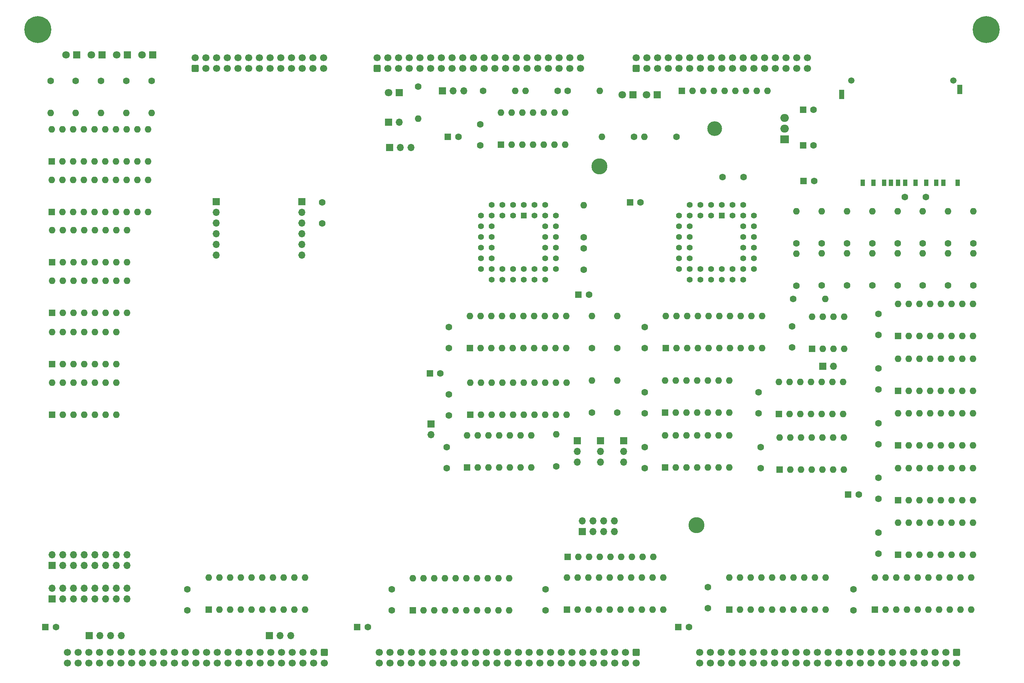
<source format=gbr>
%TF.GenerationSoftware,KiCad,Pcbnew,(6.0.11)*%
%TF.CreationDate,2023-11-10T06:37:52-05:00*%
%TF.ProjectId,input-output.Disk,696e7075-742d-46f7-9574-7075742e4469,rev?*%
%TF.SameCoordinates,Original*%
%TF.FileFunction,Soldermask,Top*%
%TF.FilePolarity,Negative*%
%FSLAX46Y46*%
G04 Gerber Fmt 4.6, Leading zero omitted, Abs format (unit mm)*
G04 Created by KiCad (PCBNEW (6.0.11)) date 2023-11-10 06:37:52*
%MOMM*%
%LPD*%
G01*
G04 APERTURE LIST*
G04 Aperture macros list*
%AMRoundRect*
0 Rectangle with rounded corners*
0 $1 Rounding radius*
0 $2 $3 $4 $5 $6 $7 $8 $9 X,Y pos of 4 corners*
0 Add a 4 corners polygon primitive as box body*
4,1,4,$2,$3,$4,$5,$6,$7,$8,$9,$2,$3,0*
0 Add four circle primitives for the rounded corners*
1,1,$1+$1,$2,$3*
1,1,$1+$1,$4,$5*
1,1,$1+$1,$6,$7*
1,1,$1+$1,$8,$9*
0 Add four rect primitives between the rounded corners*
20,1,$1+$1,$2,$3,$4,$5,0*
20,1,$1+$1,$4,$5,$6,$7,0*
20,1,$1+$1,$6,$7,$8,$9,0*
20,1,$1+$1,$8,$9,$2,$3,0*%
G04 Aperture macros list end*
%ADD10C,6.400000*%
%ADD11RoundRect,0.250000X-0.600000X0.600000X-0.600000X-0.600000X0.600000X-0.600000X0.600000X0.600000X0*%
%ADD12C,1.700000*%
%ADD13C,1.600000*%
%ADD14R,1.600000X1.600000*%
%ADD15O,1.600000X1.600000*%
%ADD16R,1.422400X1.422400*%
%ADD17C,1.422400*%
%ADD18O,3.500000X3.500000*%
%ADD19R,2.000000X1.905000*%
%ADD20O,2.000000X1.905000*%
%ADD21R,1.800000X1.800000*%
%ADD22C,1.800000*%
%ADD23C,1.500000*%
%ADD24R,1.000000X1.500000*%
%ADD25R,1.200000X2.200000*%
%ADD26R,1.700000X1.700000*%
%ADD27O,1.700000X1.700000*%
%ADD28RoundRect,0.250000X0.600000X-0.600000X0.600000X0.600000X-0.600000X0.600000X-0.600000X-0.600000X0*%
%ADD29C,3.800000*%
G04 APERTURE END LIST*
D10*
%TO.C,H2*%
X265000000Y-75000000D03*
%TD*%
%TO.C,H1*%
X40000000Y-75000000D03*
%TD*%
D11*
%TO.C,P2*%
X182000000Y-223000000D03*
D12*
X182000000Y-225540000D03*
X179460000Y-223000000D03*
X179460000Y-225540000D03*
X176920000Y-223000000D03*
X176920000Y-225540000D03*
X174380000Y-223000000D03*
X174380000Y-225540000D03*
X171840000Y-223000000D03*
X171840000Y-225540000D03*
X169300000Y-223000000D03*
X169300000Y-225540000D03*
X166760000Y-223000000D03*
X166760000Y-225540000D03*
X164220000Y-223000000D03*
X164220000Y-225540000D03*
X161680000Y-223000000D03*
X161680000Y-225540000D03*
X159140000Y-223000000D03*
X159140000Y-225540000D03*
X156600000Y-223000000D03*
X156600000Y-225540000D03*
X154060000Y-223000000D03*
X154060000Y-225540000D03*
X151520000Y-223000000D03*
X151520000Y-225540000D03*
X148980000Y-223000000D03*
X148980000Y-225540000D03*
X146440000Y-223000000D03*
X146440000Y-225540000D03*
X143900000Y-223000000D03*
X143900000Y-225540000D03*
X141360000Y-223000000D03*
X141360000Y-225540000D03*
X138820000Y-223000000D03*
X138820000Y-225540000D03*
X136280000Y-223000000D03*
X136280000Y-225540000D03*
X133740000Y-223000000D03*
X133740000Y-225540000D03*
X131200000Y-223000000D03*
X131200000Y-225540000D03*
X128660000Y-223000000D03*
X128660000Y-225540000D03*
X126120000Y-223000000D03*
X126120000Y-225540000D03*
X123580000Y-223000000D03*
X123580000Y-225540000D03*
X121040000Y-223000000D03*
X121040000Y-225540000D03*
%TD*%
D11*
%TO.C,P3*%
X258000000Y-223000000D03*
D12*
X258000000Y-225540000D03*
X255460000Y-223000000D03*
X255460000Y-225540000D03*
X252920000Y-223000000D03*
X252920000Y-225540000D03*
X250380000Y-223000000D03*
X250380000Y-225540000D03*
X247840000Y-223000000D03*
X247840000Y-225540000D03*
X245300000Y-223000000D03*
X245300000Y-225540000D03*
X242760000Y-223000000D03*
X242760000Y-225540000D03*
X240220000Y-223000000D03*
X240220000Y-225540000D03*
X237680000Y-223000000D03*
X237680000Y-225540000D03*
X235140000Y-223000000D03*
X235140000Y-225540000D03*
X232600000Y-223000000D03*
X232600000Y-225540000D03*
X230060000Y-223000000D03*
X230060000Y-225540000D03*
X227520000Y-223000000D03*
X227520000Y-225540000D03*
X224980000Y-223000000D03*
X224980000Y-225540000D03*
X222440000Y-223000000D03*
X222440000Y-225540000D03*
X219900000Y-223000000D03*
X219900000Y-225540000D03*
X217360000Y-223000000D03*
X217360000Y-225540000D03*
X214820000Y-223000000D03*
X214820000Y-225540000D03*
X212280000Y-223000000D03*
X212280000Y-225540000D03*
X209740000Y-223000000D03*
X209740000Y-225540000D03*
X207200000Y-223000000D03*
X207200000Y-225540000D03*
X204660000Y-223000000D03*
X204660000Y-225540000D03*
X202120000Y-223000000D03*
X202120000Y-225540000D03*
X199580000Y-223000000D03*
X199580000Y-225540000D03*
X197040000Y-223000000D03*
X197040000Y-225540000D03*
%TD*%
D11*
%TO.C,P1*%
X108000000Y-223000000D03*
D12*
X108000000Y-225540000D03*
X105460000Y-223000000D03*
X105460000Y-225540000D03*
X102920000Y-223000000D03*
X102920000Y-225540000D03*
X100380000Y-223000000D03*
X100380000Y-225540000D03*
X97840000Y-223000000D03*
X97840000Y-225540000D03*
X95300000Y-223000000D03*
X95300000Y-225540000D03*
X92760000Y-223000000D03*
X92760000Y-225540000D03*
X90220000Y-223000000D03*
X90220000Y-225540000D03*
X87680000Y-223000000D03*
X87680000Y-225540000D03*
X85140000Y-223000000D03*
X85140000Y-225540000D03*
X82600000Y-223000000D03*
X82600000Y-225540000D03*
X80060000Y-223000000D03*
X80060000Y-225540000D03*
X77520000Y-223000000D03*
X77520000Y-225540000D03*
X74980000Y-223000000D03*
X74980000Y-225540000D03*
X72440000Y-223000000D03*
X72440000Y-225540000D03*
X69900000Y-223000000D03*
X69900000Y-225540000D03*
X67360000Y-223000000D03*
X67360000Y-225540000D03*
X64820000Y-223000000D03*
X64820000Y-225540000D03*
X62280000Y-223000000D03*
X62280000Y-225540000D03*
X59740000Y-223000000D03*
X59740000Y-225540000D03*
X57200000Y-223000000D03*
X57200000Y-225540000D03*
X54660000Y-223000000D03*
X54660000Y-225540000D03*
X52120000Y-223000000D03*
X52120000Y-225540000D03*
X49580000Y-223000000D03*
X49580000Y-225540000D03*
X47040000Y-223000000D03*
X47040000Y-225540000D03*
%TD*%
D13*
%TO.C,C16*%
X137500000Y-161690000D03*
X137500000Y-166690000D03*
%TD*%
D14*
%TO.C,RP1*%
X192825000Y-89500000D03*
D15*
X195365000Y-89500000D03*
X197905000Y-89500000D03*
X200445000Y-89500000D03*
X202985000Y-89500000D03*
X205525000Y-89500000D03*
X208065000Y-89500000D03*
X210605000Y-89500000D03*
X213145000Y-89500000D03*
%TD*%
D16*
%TO.C,U8*%
X202270000Y-119150000D03*
D17*
X199730000Y-116610000D03*
X199730000Y-119150000D03*
X197190000Y-116610000D03*
X197190000Y-119150000D03*
X194650000Y-116610000D03*
X192110000Y-119150000D03*
X194650000Y-119150000D03*
X192110000Y-121690000D03*
X194650000Y-121690000D03*
X192110000Y-124230000D03*
X194650000Y-124230000D03*
X192110000Y-126770000D03*
X194650000Y-126770000D03*
X192110000Y-129310000D03*
X194650000Y-129310000D03*
X192110000Y-131850000D03*
X194650000Y-134390000D03*
X194650000Y-131850000D03*
X197190000Y-134390000D03*
X197190000Y-131850000D03*
X199730000Y-134390000D03*
X199730000Y-131850000D03*
X202270000Y-134390000D03*
X202270000Y-131850000D03*
X204810000Y-134390000D03*
X204810000Y-131850000D03*
X207350000Y-134390000D03*
X209890000Y-131850000D03*
X207350000Y-131850000D03*
X209890000Y-129310000D03*
X207350000Y-129310000D03*
X209890000Y-126770000D03*
X207350000Y-126770000D03*
X209890000Y-124230000D03*
X207350000Y-124230000D03*
X209890000Y-121690000D03*
X207350000Y-121690000D03*
X209890000Y-119150000D03*
X207350000Y-116610000D03*
X207350000Y-119150000D03*
X204810000Y-116610000D03*
X204810000Y-119150000D03*
X202270000Y-116610000D03*
%TD*%
D14*
%TO.C,U25*%
X244125000Y-173800000D03*
D15*
X246665000Y-173800000D03*
X249205000Y-173800000D03*
X251745000Y-173800000D03*
X254285000Y-173800000D03*
X256825000Y-173800000D03*
X259365000Y-173800000D03*
X261905000Y-173800000D03*
X261905000Y-166180000D03*
X259365000Y-166180000D03*
X256825000Y-166180000D03*
X254285000Y-166180000D03*
X251745000Y-166180000D03*
X249205000Y-166180000D03*
X246665000Y-166180000D03*
X244125000Y-166180000D03*
%TD*%
D13*
%TO.C,R40*%
X226000000Y-135750000D03*
D15*
X226000000Y-128130000D03*
%TD*%
D18*
%TO.C,U20*%
X200570000Y-98500000D03*
D19*
X217230000Y-101040000D03*
D20*
X217230000Y-98500000D03*
X217230000Y-95960000D03*
%TD*%
D14*
%TO.C,J2*%
X43375000Y-130300000D03*
D15*
X45915000Y-130300000D03*
X48455000Y-130300000D03*
X50995000Y-130300000D03*
X53535000Y-130300000D03*
X56075000Y-130300000D03*
X58615000Y-130300000D03*
X61155000Y-130300000D03*
X61155000Y-122680000D03*
X58615000Y-122680000D03*
X56075000Y-122680000D03*
X53535000Y-122680000D03*
X50995000Y-122680000D03*
X48455000Y-122680000D03*
X45915000Y-122680000D03*
X43375000Y-122680000D03*
%TD*%
D13*
%TO.C,R6*%
X145690000Y-89500000D03*
D15*
X153310000Y-89500000D03*
%TD*%
D14*
%TO.C,C22*%
X115794900Y-217000000D03*
D13*
X118294900Y-217000000D03*
%TD*%
%TO.C,C10*%
X137500000Y-145690000D03*
X137500000Y-150690000D03*
%TD*%
D21*
%TO.C,D1*%
X49250000Y-80950000D03*
D22*
X46710000Y-80950000D03*
%TD*%
D23*
%TO.C,J12*%
X233050000Y-87100000D03*
X257250000Y-87100000D03*
D24*
X238280000Y-111400000D03*
X240780000Y-111400000D03*
X244080000Y-111400000D03*
X245780000Y-111400000D03*
X248280000Y-111400000D03*
X250780000Y-111400000D03*
X253200000Y-111400000D03*
X254900000Y-111400000D03*
X235780000Y-111400000D03*
X242430000Y-111400000D03*
X258250000Y-111400000D03*
D25*
X230750000Y-90400000D03*
X258750000Y-89200000D03*
%TD*%
D13*
%TO.C,C14*%
X160500000Y-208000000D03*
X160500000Y-213000000D03*
%TD*%
%TO.C,R44*%
X244000000Y-135750000D03*
D15*
X244000000Y-128130000D03*
%TD*%
D13*
%TO.C,R29*%
X220000000Y-135810000D03*
D15*
X220000000Y-128190000D03*
%TD*%
D21*
%TO.C,D4*%
X55250000Y-80950000D03*
D22*
X52710000Y-80950000D03*
%TD*%
D14*
%TO.C,C20*%
X192000000Y-217000000D03*
D13*
X194500000Y-217000000D03*
%TD*%
D26*
%TO.C,U31*%
X82340000Y-115900000D03*
D27*
X82340000Y-118440000D03*
X82340000Y-120980000D03*
X82340000Y-123520000D03*
X82340000Y-126060000D03*
X82340000Y-128600000D03*
D26*
X102660000Y-115880000D03*
D27*
X102660000Y-118420000D03*
X102660000Y-120960000D03*
X102660000Y-123500000D03*
X102660000Y-126040000D03*
X102660000Y-128580000D03*
%TD*%
D13*
%TO.C,C7*%
X239500000Y-168500000D03*
X239500000Y-173500000D03*
%TD*%
D14*
%TO.C,C27*%
X137294900Y-100500000D03*
D13*
X139794900Y-100500000D03*
%TD*%
D26*
%TO.C,P7*%
X179000000Y-172665000D03*
D27*
X179000000Y-175205000D03*
X179000000Y-177745000D03*
%TD*%
D14*
%TO.C,J5*%
X43375000Y-142300000D03*
D15*
X45915000Y-142300000D03*
X48455000Y-142300000D03*
X50995000Y-142300000D03*
X53535000Y-142300000D03*
X56075000Y-142300000D03*
X58615000Y-142300000D03*
X61155000Y-142300000D03*
X61155000Y-134680000D03*
X58615000Y-134680000D03*
X56075000Y-134680000D03*
X53535000Y-134680000D03*
X50995000Y-134680000D03*
X48455000Y-134680000D03*
X45915000Y-134680000D03*
X43375000Y-134680000D03*
%TD*%
D21*
%TO.C,D2*%
X125750000Y-90000000D03*
D22*
X123210000Y-90000000D03*
%TD*%
D14*
%TO.C,U16*%
X204075000Y-212800000D03*
D15*
X206615000Y-212800000D03*
X209155000Y-212800000D03*
X211695000Y-212800000D03*
X214235000Y-212800000D03*
X216775000Y-212800000D03*
X219315000Y-212800000D03*
X221855000Y-212800000D03*
X224395000Y-212800000D03*
X226935000Y-212800000D03*
X226935000Y-205180000D03*
X224395000Y-205180000D03*
X221855000Y-205180000D03*
X219315000Y-205180000D03*
X216775000Y-205180000D03*
X214235000Y-205180000D03*
X211695000Y-205180000D03*
X209155000Y-205180000D03*
X206615000Y-205180000D03*
X204075000Y-205180000D03*
%TD*%
D14*
%TO.C,U21*%
X165575000Y-212800000D03*
D15*
X168115000Y-212800000D03*
X170655000Y-212800000D03*
X173195000Y-212800000D03*
X175735000Y-212800000D03*
X178275000Y-212800000D03*
X180815000Y-212800000D03*
X183355000Y-212800000D03*
X185895000Y-212800000D03*
X188435000Y-212800000D03*
X188435000Y-205180000D03*
X185895000Y-205180000D03*
X183355000Y-205180000D03*
X180815000Y-205180000D03*
X178275000Y-205180000D03*
X175735000Y-205180000D03*
X173195000Y-205180000D03*
X170655000Y-205180000D03*
X168115000Y-205180000D03*
X165575000Y-205180000D03*
%TD*%
D13*
%TO.C,R47*%
X163000000Y-178810000D03*
D15*
X163000000Y-171190000D03*
%TD*%
D13*
%TO.C,C18*%
X239500000Y-194500000D03*
X239500000Y-199500000D03*
%TD*%
%TO.C,R45*%
X232000000Y-135750000D03*
D15*
X232000000Y-128130000D03*
%TD*%
D13*
%TO.C,C9*%
X211500000Y-174190000D03*
X211500000Y-179190000D03*
%TD*%
%TO.C,C15*%
X145000000Y-97500000D03*
X145000000Y-102500000D03*
%TD*%
D21*
%TO.C,D5*%
X61250000Y-80950000D03*
D22*
X58710000Y-80950000D03*
%TD*%
D13*
%TO.C,R9*%
X130250000Y-88500000D03*
D15*
X130250000Y-96120000D03*
%TD*%
D26*
%TO.C,J9*%
X94975000Y-219000000D03*
D27*
X97515000Y-219000000D03*
X100055000Y-219000000D03*
%TD*%
D28*
%TO.C,P6*%
X120500000Y-84197500D03*
D12*
X120500000Y-81657500D03*
X123040000Y-84197500D03*
X123040000Y-81657500D03*
X125580000Y-84197500D03*
X125580000Y-81657500D03*
X128120000Y-84197500D03*
X128120000Y-81657500D03*
X130660000Y-84197500D03*
X130660000Y-81657500D03*
X133200000Y-84197500D03*
X133200000Y-81657500D03*
X135740000Y-84197500D03*
X135740000Y-81657500D03*
X138280000Y-84197500D03*
X138280000Y-81657500D03*
X140820000Y-84197500D03*
X140820000Y-81657500D03*
X143360000Y-84197500D03*
X143360000Y-81657500D03*
X145900000Y-84197500D03*
X145900000Y-81657500D03*
X148440000Y-84197500D03*
X148440000Y-81657500D03*
X150980000Y-84197500D03*
X150980000Y-81657500D03*
X153520000Y-84197500D03*
X153520000Y-81657500D03*
X156060000Y-84197500D03*
X156060000Y-81657500D03*
X158600000Y-84197500D03*
X158600000Y-81657500D03*
X161140000Y-84197500D03*
X161140000Y-81657500D03*
X163680000Y-84197500D03*
X163680000Y-81657500D03*
X166220000Y-84197500D03*
X166220000Y-81657500D03*
X168760000Y-84197500D03*
X168760000Y-81657500D03*
%TD*%
D13*
%TO.C,R1*%
X43000000Y-87190000D03*
D15*
X43000000Y-94810000D03*
%TD*%
D26*
%TO.C,K2*%
X135975000Y-89500000D03*
D27*
X138515000Y-89500000D03*
X141055000Y-89500000D03*
%TD*%
D13*
%TO.C,R11*%
X177500000Y-165990000D03*
D15*
X177500000Y-158370000D03*
%TD*%
D13*
%TO.C,R10*%
X171500000Y-150690000D03*
D15*
X171500000Y-143070000D03*
%TD*%
D13*
%TO.C,R38*%
X226000000Y-125750000D03*
D15*
X226000000Y-118130000D03*
%TD*%
D14*
%TO.C,U14*%
X238575000Y-212800000D03*
D15*
X241115000Y-212800000D03*
X243655000Y-212800000D03*
X246195000Y-212800000D03*
X248735000Y-212800000D03*
X251275000Y-212800000D03*
X253815000Y-212800000D03*
X256355000Y-212800000D03*
X258895000Y-212800000D03*
X261435000Y-212800000D03*
X261435000Y-205180000D03*
X258895000Y-205180000D03*
X256355000Y-205180000D03*
X253815000Y-205180000D03*
X251275000Y-205180000D03*
X248735000Y-205180000D03*
X246195000Y-205180000D03*
X243655000Y-205180000D03*
X241115000Y-205180000D03*
X238575000Y-205180000D03*
%TD*%
D13*
%TO.C,R15*%
X49000000Y-87190000D03*
D15*
X49000000Y-94810000D03*
%TD*%
D26*
%TO.C,J13*%
X43350000Y-202275000D03*
D27*
X43350000Y-199735000D03*
X45890000Y-202275000D03*
X45890000Y-199735000D03*
X48430000Y-202275000D03*
X48430000Y-199735000D03*
X50970000Y-202275000D03*
X50970000Y-199735000D03*
X53510000Y-202275000D03*
X53510000Y-199735000D03*
X56050000Y-202275000D03*
X56050000Y-199735000D03*
X58590000Y-202275000D03*
X58590000Y-199735000D03*
X61130000Y-202275000D03*
X61130000Y-199735000D03*
%TD*%
D14*
%TO.C,C23*%
X232294900Y-185500000D03*
D13*
X234794900Y-185500000D03*
%TD*%
%TO.C,R36*%
X250000000Y-135750000D03*
D15*
X250000000Y-128130000D03*
%TD*%
D29*
%TO.C,H4*%
X196250000Y-192750000D03*
%TD*%
D14*
%TO.C,U5*%
X149875000Y-102300000D03*
D15*
X152415000Y-102300000D03*
X154955000Y-102300000D03*
X157495000Y-102300000D03*
X160035000Y-102300000D03*
X162575000Y-102300000D03*
X165115000Y-102300000D03*
X165115000Y-94680000D03*
X162575000Y-94680000D03*
X160035000Y-94680000D03*
X157495000Y-94680000D03*
X154955000Y-94680000D03*
X152415000Y-94680000D03*
X149875000Y-94680000D03*
%TD*%
D14*
%TO.C,C21*%
X41794900Y-217000000D03*
D13*
X44294900Y-217000000D03*
%TD*%
%TO.C,C12*%
X124000000Y-208000000D03*
X124000000Y-213000000D03*
%TD*%
D14*
%TO.C,U10*%
X189000000Y-150690000D03*
D15*
X191540000Y-150690000D03*
X194080000Y-150690000D03*
X196620000Y-150690000D03*
X199160000Y-150690000D03*
X201700000Y-150690000D03*
X204240000Y-150690000D03*
X206780000Y-150690000D03*
X209320000Y-150690000D03*
X211860000Y-150690000D03*
X211860000Y-143070000D03*
X209320000Y-143070000D03*
X206780000Y-143070000D03*
X204240000Y-143070000D03*
X201700000Y-143070000D03*
X199160000Y-143070000D03*
X196620000Y-143070000D03*
X194080000Y-143070000D03*
X191540000Y-143070000D03*
X189000000Y-143070000D03*
%TD*%
D28*
%TO.C,P5*%
X77285000Y-84197500D03*
D12*
X77285000Y-81657500D03*
X79825000Y-84197500D03*
X79825000Y-81657500D03*
X82365000Y-84197500D03*
X82365000Y-81657500D03*
X84905000Y-84197500D03*
X84905000Y-81657500D03*
X87445000Y-84197500D03*
X87445000Y-81657500D03*
X89985000Y-84197500D03*
X89985000Y-81657500D03*
X92525000Y-84197500D03*
X92525000Y-81657500D03*
X95065000Y-84197500D03*
X95065000Y-81657500D03*
X97605000Y-84197500D03*
X97605000Y-81657500D03*
X100145000Y-84197500D03*
X100145000Y-81657500D03*
X102685000Y-84197500D03*
X102685000Y-81657500D03*
X105225000Y-84197500D03*
X105225000Y-81657500D03*
X107765000Y-84197500D03*
X107765000Y-81657500D03*
%TD*%
D13*
%TO.C,R32*%
X262000000Y-135750000D03*
D15*
X262000000Y-128130000D03*
%TD*%
D13*
%TO.C,R7*%
X163310000Y-89500000D03*
D15*
X155690000Y-89500000D03*
%TD*%
D13*
%TO.C,C19*%
X169500000Y-132000000D03*
X169500000Y-127000000D03*
%TD*%
D26*
%TO.C,P8*%
X168000000Y-172665000D03*
D27*
X168000000Y-175205000D03*
X168000000Y-177745000D03*
%TD*%
D13*
%TO.C,R16*%
X55000000Y-87190000D03*
D15*
X55000000Y-94810000D03*
%TD*%
D13*
%TO.C,R34*%
X256000000Y-135750000D03*
D15*
X256000000Y-128130000D03*
%TD*%
D14*
%TO.C,C24*%
X133000000Y-156690000D03*
D13*
X135500000Y-156690000D03*
%TD*%
D14*
%TO.C,J3*%
X43325000Y-118300000D03*
D15*
X45865000Y-118300000D03*
X48405000Y-118300000D03*
X50945000Y-118300000D03*
X53485000Y-118300000D03*
X56025000Y-118300000D03*
X58565000Y-118300000D03*
X61105000Y-118300000D03*
X63645000Y-118300000D03*
X66185000Y-118300000D03*
X66185000Y-110680000D03*
X63645000Y-110680000D03*
X61105000Y-110680000D03*
X58565000Y-110680000D03*
X56025000Y-110680000D03*
X53485000Y-110680000D03*
X50945000Y-110680000D03*
X48405000Y-110680000D03*
X45865000Y-110680000D03*
X43325000Y-110680000D03*
%TD*%
D26*
%TO.C,P4*%
X52200000Y-219000000D03*
D27*
X54740000Y-219000000D03*
X57280000Y-219000000D03*
X59820000Y-219000000D03*
%TD*%
D13*
%TO.C,C30*%
X239500000Y-142500000D03*
X239500000Y-147500000D03*
%TD*%
D26*
%TO.C,P9*%
X173500000Y-172665000D03*
D27*
X173500000Y-175205000D03*
X173500000Y-177745000D03*
%TD*%
D13*
%TO.C,R42*%
X262000000Y-125750000D03*
D15*
X262000000Y-118130000D03*
%TD*%
D28*
%TO.C,P10*%
X182000000Y-84197500D03*
D12*
X182000000Y-81657500D03*
X184540000Y-84197500D03*
X184540000Y-81657500D03*
X187080000Y-84197500D03*
X187080000Y-81657500D03*
X189620000Y-84197500D03*
X189620000Y-81657500D03*
X192160000Y-84197500D03*
X192160000Y-81657500D03*
X194700000Y-84197500D03*
X194700000Y-81657500D03*
X197240000Y-84197500D03*
X197240000Y-81657500D03*
X199780000Y-84197500D03*
X199780000Y-81657500D03*
X202320000Y-84197500D03*
X202320000Y-81657500D03*
X204860000Y-84197500D03*
X204860000Y-81657500D03*
X207400000Y-84197500D03*
X207400000Y-81657500D03*
X209940000Y-84197500D03*
X209940000Y-81657500D03*
X212480000Y-84197500D03*
X212480000Y-81657500D03*
X215020000Y-84197500D03*
X215020000Y-81657500D03*
X217560000Y-84197500D03*
X217560000Y-81657500D03*
X220100000Y-84197500D03*
X220100000Y-81657500D03*
X222640000Y-84197500D03*
X222640000Y-81657500D03*
%TD*%
D26*
%TO.C,SW1*%
X169200000Y-194275000D03*
D27*
X169200000Y-191735000D03*
X171740000Y-194275000D03*
X171740000Y-191735000D03*
X174280000Y-194275000D03*
X174280000Y-191735000D03*
X176820000Y-194275000D03*
X176820000Y-191735000D03*
%TD*%
D14*
%TO.C,J1*%
X43340000Y-154500000D03*
D15*
X45880000Y-154500000D03*
X48420000Y-154500000D03*
X50960000Y-154500000D03*
X53500000Y-154500000D03*
X56040000Y-154500000D03*
X58580000Y-154500000D03*
X58580000Y-146880000D03*
X56040000Y-146880000D03*
X53500000Y-146880000D03*
X50960000Y-146880000D03*
X48420000Y-146880000D03*
X45880000Y-146880000D03*
X43340000Y-146880000D03*
%TD*%
D21*
%TO.C,D3*%
X67250000Y-80950000D03*
D22*
X64710000Y-80950000D03*
%TD*%
D13*
%TO.C,R5*%
X169500000Y-124310000D03*
D15*
X169500000Y-116690000D03*
%TD*%
D13*
%TO.C,R30*%
X191560000Y-100500000D03*
D15*
X183940000Y-100500000D03*
%TD*%
D14*
%TO.C,C25*%
X168294900Y-138000000D03*
D13*
X170794900Y-138000000D03*
%TD*%
D14*
%TO.C,U29*%
X244125000Y-147800000D03*
D15*
X246665000Y-147800000D03*
X249205000Y-147800000D03*
X251745000Y-147800000D03*
X254285000Y-147800000D03*
X256825000Y-147800000D03*
X259365000Y-147800000D03*
X261905000Y-147800000D03*
X261905000Y-140180000D03*
X259365000Y-140180000D03*
X256825000Y-140180000D03*
X254285000Y-140180000D03*
X251745000Y-140180000D03*
X249205000Y-140180000D03*
X246665000Y-140180000D03*
X244125000Y-140180000D03*
%TD*%
D13*
%TO.C,C13*%
X202500000Y-110000000D03*
X207500000Y-110000000D03*
%TD*%
D14*
%TO.C,C29*%
X221584700Y-102500000D03*
D13*
X224084700Y-102500000D03*
%TD*%
D14*
%TO.C,J6*%
X43325000Y-106300000D03*
D15*
X45865000Y-106300000D03*
X48405000Y-106300000D03*
X50945000Y-106300000D03*
X53485000Y-106300000D03*
X56025000Y-106300000D03*
X58565000Y-106300000D03*
X61105000Y-106300000D03*
X63645000Y-106300000D03*
X66185000Y-106300000D03*
X66185000Y-98680000D03*
X63645000Y-98680000D03*
X61105000Y-98680000D03*
X58565000Y-98680000D03*
X56025000Y-98680000D03*
X53485000Y-98680000D03*
X50945000Y-98680000D03*
X48405000Y-98680000D03*
X45865000Y-98680000D03*
X43325000Y-98680000D03*
%TD*%
D14*
%TO.C,U23*%
X216000000Y-179500000D03*
D15*
X218540000Y-179500000D03*
X221080000Y-179500000D03*
X223620000Y-179500000D03*
X226160000Y-179500000D03*
X228700000Y-179500000D03*
X231240000Y-179500000D03*
X231240000Y-171880000D03*
X228700000Y-171880000D03*
X226160000Y-171880000D03*
X223620000Y-171880000D03*
X221080000Y-171880000D03*
X218540000Y-171880000D03*
X216000000Y-171880000D03*
%TD*%
D13*
%TO.C,R43*%
X244000000Y-125750000D03*
D15*
X244000000Y-118130000D03*
%TD*%
D13*
%TO.C,R48*%
X219190000Y-139000000D03*
D15*
X226810000Y-139000000D03*
%TD*%
D13*
%TO.C,C3*%
X211000000Y-161190000D03*
X211000000Y-166190000D03*
%TD*%
%TO.C,C35*%
X219000000Y-145500000D03*
X219000000Y-150500000D03*
%TD*%
D14*
%TO.C,J4*%
X43340000Y-166500000D03*
D15*
X45880000Y-166500000D03*
X48420000Y-166500000D03*
X50960000Y-166500000D03*
X53500000Y-166500000D03*
X56040000Y-166500000D03*
X58580000Y-166500000D03*
X58580000Y-158880000D03*
X56040000Y-158880000D03*
X53500000Y-158880000D03*
X50960000Y-158880000D03*
X48420000Y-158880000D03*
X45880000Y-158880000D03*
X43340000Y-158880000D03*
%TD*%
D13*
%TO.C,C17*%
X75500000Y-208000000D03*
X75500000Y-213000000D03*
%TD*%
%TO.C,R8*%
X67000000Y-87190000D03*
D15*
X67000000Y-94810000D03*
%TD*%
D13*
%TO.C,C28*%
X199000000Y-207500000D03*
X199000000Y-212500000D03*
%TD*%
D14*
%TO.C,C26*%
X180500000Y-116000000D03*
D13*
X183000000Y-116000000D03*
%TD*%
D14*
%TO.C,U13*%
X129000000Y-213000000D03*
D15*
X131540000Y-213000000D03*
X134080000Y-213000000D03*
X136620000Y-213000000D03*
X139160000Y-213000000D03*
X141700000Y-213000000D03*
X144240000Y-213000000D03*
X146780000Y-213000000D03*
X149320000Y-213000000D03*
X151860000Y-213000000D03*
X151860000Y-205380000D03*
X149320000Y-205380000D03*
X146780000Y-205380000D03*
X144240000Y-205380000D03*
X141700000Y-205380000D03*
X139160000Y-205380000D03*
X136620000Y-205380000D03*
X134080000Y-205380000D03*
X131540000Y-205380000D03*
X129000000Y-205380000D03*
%TD*%
D14*
%TO.C,U9*%
X188875000Y-178990000D03*
D15*
X191415000Y-178990000D03*
X193955000Y-178990000D03*
X196495000Y-178990000D03*
X199035000Y-178990000D03*
X201575000Y-178990000D03*
X204115000Y-178990000D03*
X204115000Y-171370000D03*
X201575000Y-171370000D03*
X199035000Y-171370000D03*
X196495000Y-171370000D03*
X193955000Y-171370000D03*
X191415000Y-171370000D03*
X188875000Y-171370000D03*
%TD*%
D14*
%TO.C,U30*%
X223700000Y-150800000D03*
D15*
X226240000Y-150800000D03*
X228780000Y-150800000D03*
X231320000Y-150800000D03*
X231320000Y-143180000D03*
X228780000Y-143180000D03*
X226240000Y-143180000D03*
X223700000Y-143180000D03*
%TD*%
D16*
%TO.C,U6*%
X155270000Y-119150000D03*
D17*
X152730000Y-116610000D03*
X152730000Y-119150000D03*
X150190000Y-116610000D03*
X150190000Y-119150000D03*
X147650000Y-116610000D03*
X145110000Y-119150000D03*
X147650000Y-119150000D03*
X145110000Y-121690000D03*
X147650000Y-121690000D03*
X145110000Y-124230000D03*
X147650000Y-124230000D03*
X145110000Y-126770000D03*
X147650000Y-126770000D03*
X145110000Y-129310000D03*
X147650000Y-129310000D03*
X145110000Y-131850000D03*
X147650000Y-134390000D03*
X147650000Y-131850000D03*
X150190000Y-134390000D03*
X150190000Y-131850000D03*
X152730000Y-134390000D03*
X152730000Y-131850000D03*
X155270000Y-134390000D03*
X155270000Y-131850000D03*
X157810000Y-134390000D03*
X157810000Y-131850000D03*
X160350000Y-134390000D03*
X162890000Y-131850000D03*
X160350000Y-131850000D03*
X162890000Y-129310000D03*
X160350000Y-129310000D03*
X162890000Y-126770000D03*
X160350000Y-126770000D03*
X162890000Y-124230000D03*
X160350000Y-124230000D03*
X162890000Y-121690000D03*
X160350000Y-121690000D03*
X162890000Y-119150000D03*
X160350000Y-116610000D03*
X160350000Y-119150000D03*
X157810000Y-116610000D03*
X157810000Y-119150000D03*
X155270000Y-116610000D03*
%TD*%
D14*
%TO.C,U7*%
X188875000Y-165990000D03*
D15*
X191415000Y-165990000D03*
X193955000Y-165990000D03*
X196495000Y-165990000D03*
X199035000Y-165990000D03*
X201575000Y-165990000D03*
X204115000Y-165990000D03*
X204115000Y-158370000D03*
X201575000Y-158370000D03*
X199035000Y-158370000D03*
X196495000Y-158370000D03*
X193955000Y-158370000D03*
X191415000Y-158370000D03*
X188875000Y-158370000D03*
%TD*%
D13*
%TO.C,C1*%
X239500000Y-181500000D03*
X239500000Y-186500000D03*
%TD*%
D26*
%TO.C,K1*%
X123475000Y-103000000D03*
D27*
X126015000Y-103000000D03*
X128555000Y-103000000D03*
%TD*%
D13*
%TO.C,R35*%
X250000000Y-125750000D03*
D15*
X250000000Y-118130000D03*
%TD*%
D13*
%TO.C,R4*%
X165690000Y-89500000D03*
D15*
X173310000Y-89500000D03*
%TD*%
D13*
%TO.C,C4*%
X239500000Y-155500000D03*
X239500000Y-160500000D03*
%TD*%
%TO.C,R46*%
X232000000Y-125750000D03*
D15*
X232000000Y-118130000D03*
%TD*%
D14*
%TO.C,U28*%
X244125000Y-160800000D03*
D15*
X246665000Y-160800000D03*
X249205000Y-160800000D03*
X251745000Y-160800000D03*
X254285000Y-160800000D03*
X256825000Y-160800000D03*
X259365000Y-160800000D03*
X261905000Y-160800000D03*
X261905000Y-153180000D03*
X259365000Y-153180000D03*
X256825000Y-153180000D03*
X254285000Y-153180000D03*
X251745000Y-153180000D03*
X249205000Y-153180000D03*
X246665000Y-153180000D03*
X244125000Y-153180000D03*
%TD*%
D13*
%TO.C,C2*%
X184000000Y-145690000D03*
X184000000Y-150690000D03*
%TD*%
D14*
%TO.C,U11*%
X142500000Y-150690000D03*
D15*
X145040000Y-150690000D03*
X147580000Y-150690000D03*
X150120000Y-150690000D03*
X152660000Y-150690000D03*
X155200000Y-150690000D03*
X157740000Y-150690000D03*
X160280000Y-150690000D03*
X162820000Y-150690000D03*
X165360000Y-150690000D03*
X165360000Y-143070000D03*
X162820000Y-143070000D03*
X160280000Y-143070000D03*
X157740000Y-143070000D03*
X155200000Y-143070000D03*
X152660000Y-143070000D03*
X150120000Y-143070000D03*
X147580000Y-143070000D03*
X145040000Y-143070000D03*
X142500000Y-143070000D03*
%TD*%
D14*
%TO.C,U15*%
X80575000Y-212800000D03*
D15*
X83115000Y-212800000D03*
X85655000Y-212800000D03*
X88195000Y-212800000D03*
X90735000Y-212800000D03*
X93275000Y-212800000D03*
X95815000Y-212800000D03*
X98355000Y-212800000D03*
X100895000Y-212800000D03*
X103435000Y-212800000D03*
X103435000Y-205180000D03*
X100895000Y-205180000D03*
X98355000Y-205180000D03*
X95815000Y-205180000D03*
X93275000Y-205180000D03*
X90735000Y-205180000D03*
X88195000Y-205180000D03*
X85655000Y-205180000D03*
X83115000Y-205180000D03*
X80575000Y-205180000D03*
%TD*%
D13*
%TO.C,C5*%
X233500000Y-208000000D03*
X233500000Y-213000000D03*
%TD*%
D26*
%TO.C,JP1*%
X123225000Y-97000000D03*
D27*
X125765000Y-97000000D03*
%TD*%
D14*
%TO.C,U26*%
X215875000Y-166300000D03*
D15*
X218415000Y-166300000D03*
X220955000Y-166300000D03*
X223495000Y-166300000D03*
X226035000Y-166300000D03*
X228575000Y-166300000D03*
X231115000Y-166300000D03*
X231115000Y-158680000D03*
X228575000Y-158680000D03*
X226035000Y-158680000D03*
X223495000Y-158680000D03*
X220955000Y-158680000D03*
X218415000Y-158680000D03*
X215875000Y-158680000D03*
%TD*%
D13*
%TO.C,R37*%
X238000000Y-125750000D03*
D15*
X238000000Y-118130000D03*
%TD*%
D13*
%TO.C,R31*%
X181500000Y-100500000D03*
D15*
X173880000Y-100500000D03*
%TD*%
D13*
%TO.C,R41*%
X220000000Y-125750000D03*
D15*
X220000000Y-118130000D03*
%TD*%
D14*
%TO.C,C33*%
X221714400Y-111000000D03*
D13*
X224214400Y-111000000D03*
%TD*%
%TO.C,R14*%
X61000000Y-87190000D03*
D15*
X61000000Y-94810000D03*
%TD*%
D14*
%TO.C,U27*%
X244125000Y-186800000D03*
D15*
X246665000Y-186800000D03*
X249205000Y-186800000D03*
X251745000Y-186800000D03*
X254285000Y-186800000D03*
X256825000Y-186800000D03*
X259365000Y-186800000D03*
X261905000Y-186800000D03*
X261905000Y-179180000D03*
X259365000Y-179180000D03*
X256825000Y-179180000D03*
X254285000Y-179180000D03*
X251745000Y-179180000D03*
X249205000Y-179180000D03*
X246665000Y-179180000D03*
X244125000Y-179180000D03*
%TD*%
D14*
%TO.C,U24*%
X244125000Y-199800000D03*
D15*
X246665000Y-199800000D03*
X249205000Y-199800000D03*
X251745000Y-199800000D03*
X254285000Y-199800000D03*
X256825000Y-199800000D03*
X259365000Y-199800000D03*
X261905000Y-199800000D03*
X261905000Y-192180000D03*
X259365000Y-192180000D03*
X256825000Y-192180000D03*
X254285000Y-192180000D03*
X251745000Y-192180000D03*
X249205000Y-192180000D03*
X246665000Y-192180000D03*
X244125000Y-192180000D03*
%TD*%
D21*
%TO.C,D7*%
X181250000Y-90442400D03*
D22*
X178710000Y-90442400D03*
%TD*%
D13*
%TO.C,R12*%
X177500000Y-150690000D03*
D15*
X177500000Y-143070000D03*
%TD*%
D13*
%TO.C,C6*%
X137000000Y-174190000D03*
X137000000Y-179190000D03*
%TD*%
D14*
%TO.C,RN1*%
X165750000Y-200305000D03*
D15*
X168290000Y-200305000D03*
X170830000Y-200305000D03*
X173370000Y-200305000D03*
X175910000Y-200305000D03*
X178450000Y-200305000D03*
X180990000Y-200305000D03*
X183530000Y-200305000D03*
X186070000Y-200305000D03*
%TD*%
D26*
%TO.C,J7*%
X43350000Y-210275000D03*
D27*
X43350000Y-207735000D03*
X45890000Y-210275000D03*
X45890000Y-207735000D03*
X48430000Y-210275000D03*
X48430000Y-207735000D03*
X50970000Y-210275000D03*
X50970000Y-207735000D03*
X53510000Y-210275000D03*
X53510000Y-207735000D03*
X56050000Y-210275000D03*
X56050000Y-207735000D03*
X58590000Y-210275000D03*
X58590000Y-207735000D03*
X61130000Y-210275000D03*
X61130000Y-207735000D03*
%TD*%
D14*
%TO.C,C31*%
X221584700Y-94000000D03*
D13*
X224084700Y-94000000D03*
%TD*%
%TO.C,R33*%
X256000000Y-125750000D03*
D15*
X256000000Y-118130000D03*
%TD*%
D14*
%TO.C,U3*%
X141875000Y-178990000D03*
D15*
X144415000Y-178990000D03*
X146955000Y-178990000D03*
X149495000Y-178990000D03*
X152035000Y-178990000D03*
X154575000Y-178990000D03*
X157115000Y-178990000D03*
X157115000Y-171370000D03*
X154575000Y-171370000D03*
X152035000Y-171370000D03*
X149495000Y-171370000D03*
X146955000Y-171370000D03*
X144415000Y-171370000D03*
X141875000Y-171370000D03*
%TD*%
D13*
%TO.C,C8*%
X184000000Y-161190000D03*
X184000000Y-166190000D03*
%TD*%
D26*
%TO.C,JP3*%
X226225000Y-155000000D03*
D27*
X228765000Y-155000000D03*
%TD*%
D13*
%TO.C,C32*%
X107500000Y-121000000D03*
X107500000Y-116000000D03*
%TD*%
%TO.C,R13*%
X171500000Y-165990000D03*
D15*
X171500000Y-158370000D03*
%TD*%
D13*
%TO.C,R39*%
X238000000Y-135750000D03*
D15*
X238000000Y-128130000D03*
%TD*%
D29*
%TO.C,H3*%
X173250000Y-107500000D03*
%TD*%
D14*
%TO.C,U12*%
X142575000Y-166490000D03*
D15*
X145115000Y-166490000D03*
X147655000Y-166490000D03*
X150195000Y-166490000D03*
X152735000Y-166490000D03*
X155275000Y-166490000D03*
X157815000Y-166490000D03*
X160355000Y-166490000D03*
X162895000Y-166490000D03*
X165435000Y-166490000D03*
X165435000Y-158870000D03*
X162895000Y-158870000D03*
X160355000Y-158870000D03*
X157815000Y-158870000D03*
X155275000Y-158870000D03*
X152735000Y-158870000D03*
X150195000Y-158870000D03*
X147655000Y-158870000D03*
X145115000Y-158870000D03*
X142575000Y-158870000D03*
%TD*%
D21*
%TO.C,D6*%
X187000000Y-90442400D03*
D22*
X184460000Y-90442400D03*
%TD*%
D13*
%TO.C,C34*%
X245750000Y-114750000D03*
X250750000Y-114750000D03*
%TD*%
D26*
%TO.C,JP2*%
X133250000Y-168665000D03*
D27*
X133250000Y-171205000D03*
%TD*%
D13*
%TO.C,C11*%
X184000000Y-174190000D03*
X184000000Y-179190000D03*
%TD*%
M02*

</source>
